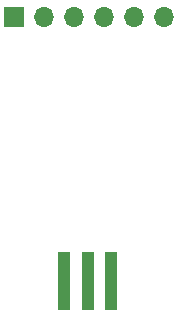
<source format=gbr>
%TF.GenerationSoftware,KiCad,Pcbnew,8.0.6-8.0.6-0~ubuntu22.04.1*%
%TF.CreationDate,2024-11-07T17:30:12-08:00*%
%TF.ProjectId,gbvideo_breakout,67627669-6465-46f5-9f62-7265616b6f75,rev?*%
%TF.SameCoordinates,Original*%
%TF.FileFunction,Soldermask,Bot*%
%TF.FilePolarity,Negative*%
%FSLAX46Y46*%
G04 Gerber Fmt 4.6, Leading zero omitted, Abs format (unit mm)*
G04 Created by KiCad (PCBNEW 8.0.6-8.0.6-0~ubuntu22.04.1) date 2024-11-07 17:30:12*
%MOMM*%
%LPD*%
G01*
G04 APERTURE LIST*
%ADD10R,1.000000X5.000000*%
%ADD11O,1.700000X1.700000*%
%ADD12R,1.700000X1.700000*%
G04 APERTURE END LIST*
D10*
%TO.C,GB1*%
X146074000Y-90152800D03*
X144074000Y-90152800D03*
X142074000Y-90152800D03*
%TD*%
D11*
%TO.C,J1*%
X150551600Y-67851600D03*
X148011600Y-67851600D03*
X145471600Y-67851600D03*
X142931600Y-67851600D03*
X140391600Y-67851600D03*
D12*
X137851600Y-67851600D03*
%TD*%
M02*

</source>
